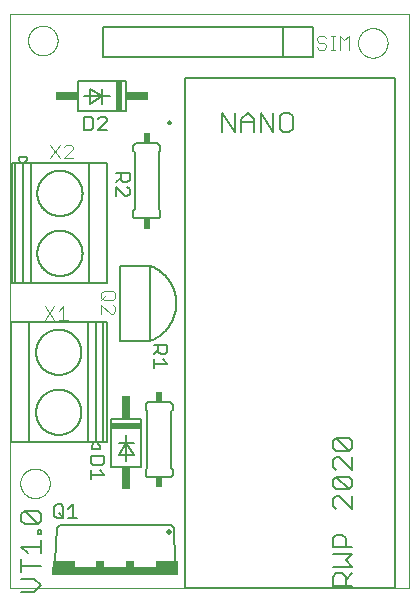
<source format=gto>
G75*
%MOIN*%
%OFA0B0*%
%FSLAX25Y25*%
%IPPOS*%
%LPD*%
%AMOC8*
5,1,8,0,0,1.08239X$1,22.5*
%
%ADD10C,0.00000*%
%ADD11C,0.00600*%
%ADD12R,0.02400X0.03400*%
%ADD13C,0.00500*%
%ADD14C,0.00787*%
%ADD15C,0.00800*%
%ADD16C,0.00400*%
%ADD17C,0.02000*%
%ADD18R,0.42000X0.03000*%
%ADD19R,0.07500X0.02000*%
%ADD20R,0.03000X0.02000*%
%ADD21R,0.10000X0.02000*%
%ADD22R,0.03000X0.07500*%
%ADD23R,0.02000X0.10000*%
%ADD24R,0.07500X0.03000*%
D10*
X0037456Y0031440D02*
X0037456Y0222771D01*
X0170178Y0222771D01*
X0170178Y0031440D01*
X0037456Y0031440D01*
X0040735Y0066440D02*
X0040737Y0066580D01*
X0040743Y0066720D01*
X0040753Y0066859D01*
X0040767Y0066998D01*
X0040785Y0067137D01*
X0040806Y0067275D01*
X0040832Y0067413D01*
X0040862Y0067550D01*
X0040895Y0067685D01*
X0040933Y0067820D01*
X0040974Y0067954D01*
X0041019Y0068087D01*
X0041067Y0068218D01*
X0041120Y0068347D01*
X0041176Y0068476D01*
X0041235Y0068602D01*
X0041299Y0068727D01*
X0041365Y0068850D01*
X0041436Y0068971D01*
X0041509Y0069090D01*
X0041586Y0069207D01*
X0041667Y0069321D01*
X0041750Y0069433D01*
X0041837Y0069543D01*
X0041927Y0069651D01*
X0042019Y0069755D01*
X0042115Y0069857D01*
X0042214Y0069957D01*
X0042315Y0070053D01*
X0042419Y0070147D01*
X0042526Y0070237D01*
X0042635Y0070324D01*
X0042747Y0070409D01*
X0042861Y0070490D01*
X0042977Y0070568D01*
X0043095Y0070642D01*
X0043216Y0070713D01*
X0043338Y0070781D01*
X0043463Y0070845D01*
X0043589Y0070906D01*
X0043716Y0070963D01*
X0043846Y0071016D01*
X0043977Y0071066D01*
X0044109Y0071111D01*
X0044242Y0071154D01*
X0044377Y0071192D01*
X0044512Y0071226D01*
X0044649Y0071257D01*
X0044786Y0071284D01*
X0044924Y0071306D01*
X0045063Y0071325D01*
X0045202Y0071340D01*
X0045341Y0071351D01*
X0045481Y0071358D01*
X0045621Y0071361D01*
X0045761Y0071360D01*
X0045901Y0071355D01*
X0046040Y0071346D01*
X0046180Y0071333D01*
X0046319Y0071316D01*
X0046457Y0071295D01*
X0046595Y0071271D01*
X0046732Y0071242D01*
X0046868Y0071210D01*
X0047003Y0071173D01*
X0047137Y0071133D01*
X0047270Y0071089D01*
X0047401Y0071041D01*
X0047531Y0070990D01*
X0047660Y0070935D01*
X0047787Y0070876D01*
X0047912Y0070813D01*
X0048035Y0070748D01*
X0048157Y0070678D01*
X0048276Y0070605D01*
X0048394Y0070529D01*
X0048509Y0070450D01*
X0048622Y0070367D01*
X0048732Y0070281D01*
X0048840Y0070192D01*
X0048945Y0070100D01*
X0049048Y0070005D01*
X0049148Y0069907D01*
X0049245Y0069807D01*
X0049339Y0069703D01*
X0049431Y0069597D01*
X0049519Y0069489D01*
X0049604Y0069378D01*
X0049686Y0069264D01*
X0049765Y0069148D01*
X0049840Y0069031D01*
X0049912Y0068911D01*
X0049980Y0068789D01*
X0050045Y0068665D01*
X0050107Y0068539D01*
X0050165Y0068412D01*
X0050219Y0068283D01*
X0050270Y0068152D01*
X0050316Y0068020D01*
X0050359Y0067887D01*
X0050399Y0067753D01*
X0050434Y0067618D01*
X0050466Y0067481D01*
X0050493Y0067344D01*
X0050517Y0067206D01*
X0050537Y0067068D01*
X0050553Y0066929D01*
X0050565Y0066789D01*
X0050573Y0066650D01*
X0050577Y0066510D01*
X0050577Y0066370D01*
X0050573Y0066230D01*
X0050565Y0066091D01*
X0050553Y0065951D01*
X0050537Y0065812D01*
X0050517Y0065674D01*
X0050493Y0065536D01*
X0050466Y0065399D01*
X0050434Y0065262D01*
X0050399Y0065127D01*
X0050359Y0064993D01*
X0050316Y0064860D01*
X0050270Y0064728D01*
X0050219Y0064597D01*
X0050165Y0064468D01*
X0050107Y0064341D01*
X0050045Y0064215D01*
X0049980Y0064091D01*
X0049912Y0063969D01*
X0049840Y0063849D01*
X0049765Y0063732D01*
X0049686Y0063616D01*
X0049604Y0063502D01*
X0049519Y0063391D01*
X0049431Y0063283D01*
X0049339Y0063177D01*
X0049245Y0063073D01*
X0049148Y0062973D01*
X0049048Y0062875D01*
X0048945Y0062780D01*
X0048840Y0062688D01*
X0048732Y0062599D01*
X0048622Y0062513D01*
X0048509Y0062430D01*
X0048394Y0062351D01*
X0048276Y0062275D01*
X0048157Y0062202D01*
X0048035Y0062132D01*
X0047912Y0062067D01*
X0047787Y0062004D01*
X0047660Y0061945D01*
X0047531Y0061890D01*
X0047401Y0061839D01*
X0047270Y0061791D01*
X0047137Y0061747D01*
X0047003Y0061707D01*
X0046868Y0061670D01*
X0046732Y0061638D01*
X0046595Y0061609D01*
X0046457Y0061585D01*
X0046319Y0061564D01*
X0046180Y0061547D01*
X0046040Y0061534D01*
X0045901Y0061525D01*
X0045761Y0061520D01*
X0045621Y0061519D01*
X0045481Y0061522D01*
X0045341Y0061529D01*
X0045202Y0061540D01*
X0045063Y0061555D01*
X0044924Y0061574D01*
X0044786Y0061596D01*
X0044649Y0061623D01*
X0044512Y0061654D01*
X0044377Y0061688D01*
X0044242Y0061726D01*
X0044109Y0061769D01*
X0043977Y0061814D01*
X0043846Y0061864D01*
X0043716Y0061917D01*
X0043589Y0061974D01*
X0043463Y0062035D01*
X0043338Y0062099D01*
X0043216Y0062167D01*
X0043095Y0062238D01*
X0042977Y0062312D01*
X0042861Y0062390D01*
X0042747Y0062471D01*
X0042635Y0062556D01*
X0042526Y0062643D01*
X0042419Y0062733D01*
X0042315Y0062827D01*
X0042214Y0062923D01*
X0042115Y0063023D01*
X0042019Y0063125D01*
X0041927Y0063229D01*
X0041837Y0063337D01*
X0041750Y0063447D01*
X0041667Y0063559D01*
X0041586Y0063673D01*
X0041509Y0063790D01*
X0041436Y0063909D01*
X0041365Y0064030D01*
X0041299Y0064153D01*
X0041235Y0064278D01*
X0041176Y0064404D01*
X0041120Y0064533D01*
X0041067Y0064662D01*
X0041019Y0064793D01*
X0040974Y0064926D01*
X0040933Y0065060D01*
X0040895Y0065195D01*
X0040862Y0065330D01*
X0040832Y0065467D01*
X0040806Y0065605D01*
X0040785Y0065743D01*
X0040767Y0065882D01*
X0040753Y0066021D01*
X0040743Y0066160D01*
X0040737Y0066300D01*
X0040735Y0066440D01*
X0043335Y0214040D02*
X0043337Y0214180D01*
X0043343Y0214320D01*
X0043353Y0214459D01*
X0043367Y0214598D01*
X0043385Y0214737D01*
X0043406Y0214875D01*
X0043432Y0215013D01*
X0043462Y0215150D01*
X0043495Y0215285D01*
X0043533Y0215420D01*
X0043574Y0215554D01*
X0043619Y0215687D01*
X0043667Y0215818D01*
X0043720Y0215947D01*
X0043776Y0216076D01*
X0043835Y0216202D01*
X0043899Y0216327D01*
X0043965Y0216450D01*
X0044036Y0216571D01*
X0044109Y0216690D01*
X0044186Y0216807D01*
X0044267Y0216921D01*
X0044350Y0217033D01*
X0044437Y0217143D01*
X0044527Y0217251D01*
X0044619Y0217355D01*
X0044715Y0217457D01*
X0044814Y0217557D01*
X0044915Y0217653D01*
X0045019Y0217747D01*
X0045126Y0217837D01*
X0045235Y0217924D01*
X0045347Y0218009D01*
X0045461Y0218090D01*
X0045577Y0218168D01*
X0045695Y0218242D01*
X0045816Y0218313D01*
X0045938Y0218381D01*
X0046063Y0218445D01*
X0046189Y0218506D01*
X0046316Y0218563D01*
X0046446Y0218616D01*
X0046577Y0218666D01*
X0046709Y0218711D01*
X0046842Y0218754D01*
X0046977Y0218792D01*
X0047112Y0218826D01*
X0047249Y0218857D01*
X0047386Y0218884D01*
X0047524Y0218906D01*
X0047663Y0218925D01*
X0047802Y0218940D01*
X0047941Y0218951D01*
X0048081Y0218958D01*
X0048221Y0218961D01*
X0048361Y0218960D01*
X0048501Y0218955D01*
X0048640Y0218946D01*
X0048780Y0218933D01*
X0048919Y0218916D01*
X0049057Y0218895D01*
X0049195Y0218871D01*
X0049332Y0218842D01*
X0049468Y0218810D01*
X0049603Y0218773D01*
X0049737Y0218733D01*
X0049870Y0218689D01*
X0050001Y0218641D01*
X0050131Y0218590D01*
X0050260Y0218535D01*
X0050387Y0218476D01*
X0050512Y0218413D01*
X0050635Y0218348D01*
X0050757Y0218278D01*
X0050876Y0218205D01*
X0050994Y0218129D01*
X0051109Y0218050D01*
X0051222Y0217967D01*
X0051332Y0217881D01*
X0051440Y0217792D01*
X0051545Y0217700D01*
X0051648Y0217605D01*
X0051748Y0217507D01*
X0051845Y0217407D01*
X0051939Y0217303D01*
X0052031Y0217197D01*
X0052119Y0217089D01*
X0052204Y0216978D01*
X0052286Y0216864D01*
X0052365Y0216748D01*
X0052440Y0216631D01*
X0052512Y0216511D01*
X0052580Y0216389D01*
X0052645Y0216265D01*
X0052707Y0216139D01*
X0052765Y0216012D01*
X0052819Y0215883D01*
X0052870Y0215752D01*
X0052916Y0215620D01*
X0052959Y0215487D01*
X0052999Y0215353D01*
X0053034Y0215218D01*
X0053066Y0215081D01*
X0053093Y0214944D01*
X0053117Y0214806D01*
X0053137Y0214668D01*
X0053153Y0214529D01*
X0053165Y0214389D01*
X0053173Y0214250D01*
X0053177Y0214110D01*
X0053177Y0213970D01*
X0053173Y0213830D01*
X0053165Y0213691D01*
X0053153Y0213551D01*
X0053137Y0213412D01*
X0053117Y0213274D01*
X0053093Y0213136D01*
X0053066Y0212999D01*
X0053034Y0212862D01*
X0052999Y0212727D01*
X0052959Y0212593D01*
X0052916Y0212460D01*
X0052870Y0212328D01*
X0052819Y0212197D01*
X0052765Y0212068D01*
X0052707Y0211941D01*
X0052645Y0211815D01*
X0052580Y0211691D01*
X0052512Y0211569D01*
X0052440Y0211449D01*
X0052365Y0211332D01*
X0052286Y0211216D01*
X0052204Y0211102D01*
X0052119Y0210991D01*
X0052031Y0210883D01*
X0051939Y0210777D01*
X0051845Y0210673D01*
X0051748Y0210573D01*
X0051648Y0210475D01*
X0051545Y0210380D01*
X0051440Y0210288D01*
X0051332Y0210199D01*
X0051222Y0210113D01*
X0051109Y0210030D01*
X0050994Y0209951D01*
X0050876Y0209875D01*
X0050757Y0209802D01*
X0050635Y0209732D01*
X0050512Y0209667D01*
X0050387Y0209604D01*
X0050260Y0209545D01*
X0050131Y0209490D01*
X0050001Y0209439D01*
X0049870Y0209391D01*
X0049737Y0209347D01*
X0049603Y0209307D01*
X0049468Y0209270D01*
X0049332Y0209238D01*
X0049195Y0209209D01*
X0049057Y0209185D01*
X0048919Y0209164D01*
X0048780Y0209147D01*
X0048640Y0209134D01*
X0048501Y0209125D01*
X0048361Y0209120D01*
X0048221Y0209119D01*
X0048081Y0209122D01*
X0047941Y0209129D01*
X0047802Y0209140D01*
X0047663Y0209155D01*
X0047524Y0209174D01*
X0047386Y0209196D01*
X0047249Y0209223D01*
X0047112Y0209254D01*
X0046977Y0209288D01*
X0046842Y0209326D01*
X0046709Y0209369D01*
X0046577Y0209414D01*
X0046446Y0209464D01*
X0046316Y0209517D01*
X0046189Y0209574D01*
X0046063Y0209635D01*
X0045938Y0209699D01*
X0045816Y0209767D01*
X0045695Y0209838D01*
X0045577Y0209912D01*
X0045461Y0209990D01*
X0045347Y0210071D01*
X0045235Y0210156D01*
X0045126Y0210243D01*
X0045019Y0210333D01*
X0044915Y0210427D01*
X0044814Y0210523D01*
X0044715Y0210623D01*
X0044619Y0210725D01*
X0044527Y0210829D01*
X0044437Y0210937D01*
X0044350Y0211047D01*
X0044267Y0211159D01*
X0044186Y0211273D01*
X0044109Y0211390D01*
X0044036Y0211509D01*
X0043965Y0211630D01*
X0043899Y0211753D01*
X0043835Y0211878D01*
X0043776Y0212004D01*
X0043720Y0212133D01*
X0043667Y0212262D01*
X0043619Y0212393D01*
X0043574Y0212526D01*
X0043533Y0212660D01*
X0043495Y0212795D01*
X0043462Y0212930D01*
X0043432Y0213067D01*
X0043406Y0213205D01*
X0043385Y0213343D01*
X0043367Y0213482D01*
X0043353Y0213621D01*
X0043343Y0213760D01*
X0043337Y0213900D01*
X0043335Y0214040D01*
X0153335Y0213240D02*
X0153337Y0213380D01*
X0153343Y0213520D01*
X0153353Y0213659D01*
X0153367Y0213798D01*
X0153385Y0213937D01*
X0153406Y0214075D01*
X0153432Y0214213D01*
X0153462Y0214350D01*
X0153495Y0214485D01*
X0153533Y0214620D01*
X0153574Y0214754D01*
X0153619Y0214887D01*
X0153667Y0215018D01*
X0153720Y0215147D01*
X0153776Y0215276D01*
X0153835Y0215402D01*
X0153899Y0215527D01*
X0153965Y0215650D01*
X0154036Y0215771D01*
X0154109Y0215890D01*
X0154186Y0216007D01*
X0154267Y0216121D01*
X0154350Y0216233D01*
X0154437Y0216343D01*
X0154527Y0216451D01*
X0154619Y0216555D01*
X0154715Y0216657D01*
X0154814Y0216757D01*
X0154915Y0216853D01*
X0155019Y0216947D01*
X0155126Y0217037D01*
X0155235Y0217124D01*
X0155347Y0217209D01*
X0155461Y0217290D01*
X0155577Y0217368D01*
X0155695Y0217442D01*
X0155816Y0217513D01*
X0155938Y0217581D01*
X0156063Y0217645D01*
X0156189Y0217706D01*
X0156316Y0217763D01*
X0156446Y0217816D01*
X0156577Y0217866D01*
X0156709Y0217911D01*
X0156842Y0217954D01*
X0156977Y0217992D01*
X0157112Y0218026D01*
X0157249Y0218057D01*
X0157386Y0218084D01*
X0157524Y0218106D01*
X0157663Y0218125D01*
X0157802Y0218140D01*
X0157941Y0218151D01*
X0158081Y0218158D01*
X0158221Y0218161D01*
X0158361Y0218160D01*
X0158501Y0218155D01*
X0158640Y0218146D01*
X0158780Y0218133D01*
X0158919Y0218116D01*
X0159057Y0218095D01*
X0159195Y0218071D01*
X0159332Y0218042D01*
X0159468Y0218010D01*
X0159603Y0217973D01*
X0159737Y0217933D01*
X0159870Y0217889D01*
X0160001Y0217841D01*
X0160131Y0217790D01*
X0160260Y0217735D01*
X0160387Y0217676D01*
X0160512Y0217613D01*
X0160635Y0217548D01*
X0160757Y0217478D01*
X0160876Y0217405D01*
X0160994Y0217329D01*
X0161109Y0217250D01*
X0161222Y0217167D01*
X0161332Y0217081D01*
X0161440Y0216992D01*
X0161545Y0216900D01*
X0161648Y0216805D01*
X0161748Y0216707D01*
X0161845Y0216607D01*
X0161939Y0216503D01*
X0162031Y0216397D01*
X0162119Y0216289D01*
X0162204Y0216178D01*
X0162286Y0216064D01*
X0162365Y0215948D01*
X0162440Y0215831D01*
X0162512Y0215711D01*
X0162580Y0215589D01*
X0162645Y0215465D01*
X0162707Y0215339D01*
X0162765Y0215212D01*
X0162819Y0215083D01*
X0162870Y0214952D01*
X0162916Y0214820D01*
X0162959Y0214687D01*
X0162999Y0214553D01*
X0163034Y0214418D01*
X0163066Y0214281D01*
X0163093Y0214144D01*
X0163117Y0214006D01*
X0163137Y0213868D01*
X0163153Y0213729D01*
X0163165Y0213589D01*
X0163173Y0213450D01*
X0163177Y0213310D01*
X0163177Y0213170D01*
X0163173Y0213030D01*
X0163165Y0212891D01*
X0163153Y0212751D01*
X0163137Y0212612D01*
X0163117Y0212474D01*
X0163093Y0212336D01*
X0163066Y0212199D01*
X0163034Y0212062D01*
X0162999Y0211927D01*
X0162959Y0211793D01*
X0162916Y0211660D01*
X0162870Y0211528D01*
X0162819Y0211397D01*
X0162765Y0211268D01*
X0162707Y0211141D01*
X0162645Y0211015D01*
X0162580Y0210891D01*
X0162512Y0210769D01*
X0162440Y0210649D01*
X0162365Y0210532D01*
X0162286Y0210416D01*
X0162204Y0210302D01*
X0162119Y0210191D01*
X0162031Y0210083D01*
X0161939Y0209977D01*
X0161845Y0209873D01*
X0161748Y0209773D01*
X0161648Y0209675D01*
X0161545Y0209580D01*
X0161440Y0209488D01*
X0161332Y0209399D01*
X0161222Y0209313D01*
X0161109Y0209230D01*
X0160994Y0209151D01*
X0160876Y0209075D01*
X0160757Y0209002D01*
X0160635Y0208932D01*
X0160512Y0208867D01*
X0160387Y0208804D01*
X0160260Y0208745D01*
X0160131Y0208690D01*
X0160001Y0208639D01*
X0159870Y0208591D01*
X0159737Y0208547D01*
X0159603Y0208507D01*
X0159468Y0208470D01*
X0159332Y0208438D01*
X0159195Y0208409D01*
X0159057Y0208385D01*
X0158919Y0208364D01*
X0158780Y0208347D01*
X0158640Y0208334D01*
X0158501Y0208325D01*
X0158361Y0208320D01*
X0158221Y0208319D01*
X0158081Y0208322D01*
X0157941Y0208329D01*
X0157802Y0208340D01*
X0157663Y0208355D01*
X0157524Y0208374D01*
X0157386Y0208396D01*
X0157249Y0208423D01*
X0157112Y0208454D01*
X0156977Y0208488D01*
X0156842Y0208526D01*
X0156709Y0208569D01*
X0156577Y0208614D01*
X0156446Y0208664D01*
X0156316Y0208717D01*
X0156189Y0208774D01*
X0156063Y0208835D01*
X0155938Y0208899D01*
X0155816Y0208967D01*
X0155695Y0209038D01*
X0155577Y0209112D01*
X0155461Y0209190D01*
X0155347Y0209271D01*
X0155235Y0209356D01*
X0155126Y0209443D01*
X0155019Y0209533D01*
X0154915Y0209627D01*
X0154814Y0209723D01*
X0154715Y0209823D01*
X0154619Y0209925D01*
X0154527Y0210029D01*
X0154437Y0210137D01*
X0154350Y0210247D01*
X0154267Y0210359D01*
X0154186Y0210473D01*
X0154109Y0210590D01*
X0154036Y0210709D01*
X0153965Y0210830D01*
X0153899Y0210953D01*
X0153835Y0211078D01*
X0153776Y0211204D01*
X0153720Y0211333D01*
X0153667Y0211462D01*
X0153619Y0211593D01*
X0153574Y0211726D01*
X0153533Y0211860D01*
X0153495Y0211995D01*
X0153462Y0212130D01*
X0153432Y0212267D01*
X0153406Y0212405D01*
X0153385Y0212543D01*
X0153367Y0212682D01*
X0153353Y0212821D01*
X0153343Y0212960D01*
X0153337Y0213100D01*
X0153335Y0213240D01*
D11*
X0130475Y0189966D02*
X0131543Y0188899D01*
X0131543Y0184628D01*
X0130475Y0183561D01*
X0128340Y0183561D01*
X0127272Y0184628D01*
X0127272Y0188899D01*
X0128340Y0189966D01*
X0130475Y0189966D01*
X0125097Y0189966D02*
X0125097Y0183561D01*
X0120827Y0189966D01*
X0120827Y0183561D01*
X0118652Y0183561D02*
X0118652Y0187831D01*
X0116517Y0189966D01*
X0114381Y0187831D01*
X0114381Y0183561D01*
X0112206Y0183561D02*
X0112206Y0189966D01*
X0114381Y0186764D02*
X0118652Y0186764D01*
X0112206Y0183561D02*
X0107936Y0189966D01*
X0107936Y0183561D01*
X0087356Y0178740D02*
X0087356Y0177240D01*
X0086856Y0176740D01*
X0086856Y0157740D01*
X0087356Y0157240D01*
X0087356Y0155740D01*
X0087354Y0155680D01*
X0087349Y0155619D01*
X0087340Y0155560D01*
X0087327Y0155501D01*
X0087311Y0155442D01*
X0087291Y0155385D01*
X0087268Y0155330D01*
X0087241Y0155275D01*
X0087212Y0155223D01*
X0087179Y0155172D01*
X0087143Y0155123D01*
X0087105Y0155077D01*
X0087063Y0155033D01*
X0087019Y0154991D01*
X0086973Y0154953D01*
X0086924Y0154917D01*
X0086873Y0154884D01*
X0086821Y0154855D01*
X0086766Y0154828D01*
X0086711Y0154805D01*
X0086654Y0154785D01*
X0086595Y0154769D01*
X0086536Y0154756D01*
X0086477Y0154747D01*
X0086416Y0154742D01*
X0086356Y0154740D01*
X0079356Y0154740D01*
X0079296Y0154742D01*
X0079235Y0154747D01*
X0079176Y0154756D01*
X0079117Y0154769D01*
X0079058Y0154785D01*
X0079001Y0154805D01*
X0078946Y0154828D01*
X0078891Y0154855D01*
X0078839Y0154884D01*
X0078788Y0154917D01*
X0078739Y0154953D01*
X0078693Y0154991D01*
X0078649Y0155033D01*
X0078607Y0155077D01*
X0078569Y0155123D01*
X0078533Y0155172D01*
X0078500Y0155223D01*
X0078471Y0155275D01*
X0078444Y0155330D01*
X0078421Y0155385D01*
X0078401Y0155442D01*
X0078385Y0155501D01*
X0078372Y0155560D01*
X0078363Y0155619D01*
X0078358Y0155680D01*
X0078356Y0155740D01*
X0078356Y0157240D01*
X0078856Y0157740D01*
X0078856Y0176740D01*
X0078356Y0177240D01*
X0078356Y0178740D01*
X0078358Y0178800D01*
X0078363Y0178861D01*
X0078372Y0178920D01*
X0078385Y0178979D01*
X0078401Y0179038D01*
X0078421Y0179095D01*
X0078444Y0179150D01*
X0078471Y0179205D01*
X0078500Y0179257D01*
X0078533Y0179308D01*
X0078569Y0179357D01*
X0078607Y0179403D01*
X0078649Y0179447D01*
X0078693Y0179489D01*
X0078739Y0179527D01*
X0078788Y0179563D01*
X0078839Y0179596D01*
X0078891Y0179625D01*
X0078946Y0179652D01*
X0079001Y0179675D01*
X0079058Y0179695D01*
X0079117Y0179711D01*
X0079176Y0179724D01*
X0079235Y0179733D01*
X0079296Y0179738D01*
X0079356Y0179740D01*
X0086356Y0179740D01*
X0086416Y0179738D01*
X0086477Y0179733D01*
X0086536Y0179724D01*
X0086595Y0179711D01*
X0086654Y0179695D01*
X0086711Y0179675D01*
X0086766Y0179652D01*
X0086821Y0179625D01*
X0086873Y0179596D01*
X0086924Y0179563D01*
X0086973Y0179527D01*
X0087019Y0179489D01*
X0087063Y0179447D01*
X0087105Y0179403D01*
X0087143Y0179357D01*
X0087179Y0179308D01*
X0087212Y0179257D01*
X0087241Y0179205D01*
X0087268Y0179150D01*
X0087291Y0179095D01*
X0087311Y0179038D01*
X0087327Y0178979D01*
X0087340Y0178920D01*
X0087349Y0178861D01*
X0087354Y0178800D01*
X0087356Y0178740D01*
X0076056Y0190440D02*
X0076056Y0200440D01*
X0060056Y0200440D01*
X0060056Y0190440D01*
X0076056Y0190440D01*
X0070556Y0195440D02*
X0068056Y0195440D01*
X0068056Y0197940D01*
X0068056Y0195440D02*
X0068056Y0192940D01*
X0068056Y0195440D02*
X0064056Y0192940D01*
X0064056Y0197940D01*
X0068056Y0195440D01*
X0062056Y0195440D01*
X0083556Y0093540D02*
X0090556Y0093540D01*
X0090616Y0093538D01*
X0090677Y0093533D01*
X0090736Y0093524D01*
X0090795Y0093511D01*
X0090854Y0093495D01*
X0090911Y0093475D01*
X0090966Y0093452D01*
X0091021Y0093425D01*
X0091073Y0093396D01*
X0091124Y0093363D01*
X0091173Y0093327D01*
X0091219Y0093289D01*
X0091263Y0093247D01*
X0091305Y0093203D01*
X0091343Y0093157D01*
X0091379Y0093108D01*
X0091412Y0093057D01*
X0091441Y0093005D01*
X0091468Y0092950D01*
X0091491Y0092895D01*
X0091511Y0092838D01*
X0091527Y0092779D01*
X0091540Y0092720D01*
X0091549Y0092661D01*
X0091554Y0092600D01*
X0091556Y0092540D01*
X0091556Y0091040D01*
X0091056Y0090540D01*
X0091056Y0071540D01*
X0091556Y0071040D01*
X0091556Y0069540D01*
X0091554Y0069480D01*
X0091549Y0069419D01*
X0091540Y0069360D01*
X0091527Y0069301D01*
X0091511Y0069242D01*
X0091491Y0069185D01*
X0091468Y0069130D01*
X0091441Y0069075D01*
X0091412Y0069023D01*
X0091379Y0068972D01*
X0091343Y0068923D01*
X0091305Y0068877D01*
X0091263Y0068833D01*
X0091219Y0068791D01*
X0091173Y0068753D01*
X0091124Y0068717D01*
X0091073Y0068684D01*
X0091021Y0068655D01*
X0090966Y0068628D01*
X0090911Y0068605D01*
X0090854Y0068585D01*
X0090795Y0068569D01*
X0090736Y0068556D01*
X0090677Y0068547D01*
X0090616Y0068542D01*
X0090556Y0068540D01*
X0083556Y0068540D01*
X0083496Y0068542D01*
X0083435Y0068547D01*
X0083376Y0068556D01*
X0083317Y0068569D01*
X0083258Y0068585D01*
X0083201Y0068605D01*
X0083146Y0068628D01*
X0083091Y0068655D01*
X0083039Y0068684D01*
X0082988Y0068717D01*
X0082939Y0068753D01*
X0082893Y0068791D01*
X0082849Y0068833D01*
X0082807Y0068877D01*
X0082769Y0068923D01*
X0082733Y0068972D01*
X0082700Y0069023D01*
X0082671Y0069075D01*
X0082644Y0069130D01*
X0082621Y0069185D01*
X0082601Y0069242D01*
X0082585Y0069301D01*
X0082572Y0069360D01*
X0082563Y0069419D01*
X0082558Y0069480D01*
X0082556Y0069540D01*
X0082556Y0071040D01*
X0083056Y0071540D01*
X0083056Y0090540D01*
X0082556Y0091040D01*
X0082556Y0092540D01*
X0082558Y0092600D01*
X0082563Y0092661D01*
X0082572Y0092720D01*
X0082585Y0092779D01*
X0082601Y0092838D01*
X0082621Y0092895D01*
X0082644Y0092950D01*
X0082671Y0093005D01*
X0082700Y0093057D01*
X0082733Y0093108D01*
X0082769Y0093157D01*
X0082807Y0093203D01*
X0082849Y0093247D01*
X0082893Y0093289D01*
X0082939Y0093327D01*
X0082988Y0093363D01*
X0083039Y0093396D01*
X0083091Y0093425D01*
X0083146Y0093452D01*
X0083201Y0093475D01*
X0083258Y0093495D01*
X0083317Y0093511D01*
X0083376Y0093524D01*
X0083435Y0093533D01*
X0083496Y0093538D01*
X0083556Y0093540D01*
X0081056Y0088040D02*
X0071056Y0088040D01*
X0071056Y0072040D01*
X0081056Y0072040D01*
X0081056Y0088040D01*
X0076056Y0082540D02*
X0076056Y0080040D01*
X0073556Y0080040D01*
X0076056Y0080040D02*
X0073556Y0076040D01*
X0078556Y0076040D01*
X0076056Y0080040D01*
X0078556Y0080040D01*
X0076056Y0080040D02*
X0076056Y0074040D01*
X0090956Y0052640D02*
X0091956Y0051640D01*
X0092456Y0040140D01*
X0090956Y0052640D02*
X0053956Y0052640D01*
X0052956Y0051640D01*
X0052456Y0040140D01*
X0047556Y0038916D02*
X0041151Y0038916D01*
X0041151Y0036781D02*
X0041151Y0041051D01*
X0043286Y0043227D02*
X0041151Y0045362D01*
X0047556Y0045362D01*
X0047556Y0043227D02*
X0047556Y0047497D01*
X0047556Y0049672D02*
X0046489Y0049672D01*
X0046489Y0050740D01*
X0047556Y0050740D01*
X0047556Y0049672D01*
X0046489Y0052895D02*
X0042218Y0057165D01*
X0046489Y0057165D01*
X0047556Y0056098D01*
X0047556Y0053962D01*
X0046489Y0052895D01*
X0042218Y0052895D01*
X0041151Y0053962D01*
X0041151Y0056098D01*
X0042218Y0057165D01*
X0041151Y0034606D02*
X0045421Y0034606D01*
X0047556Y0032471D01*
X0045421Y0030336D01*
X0041151Y0030336D01*
X0144951Y0032176D02*
X0144951Y0035379D01*
X0146018Y0036447D01*
X0148154Y0036447D01*
X0149221Y0035379D01*
X0149221Y0032176D01*
X0151356Y0032176D02*
X0144951Y0032176D01*
X0149221Y0034312D02*
X0151356Y0036447D01*
X0151356Y0038622D02*
X0149221Y0040757D01*
X0151356Y0042892D01*
X0144951Y0042892D01*
X0144951Y0045067D02*
X0144951Y0048270D01*
X0146018Y0049338D01*
X0148154Y0049338D01*
X0149221Y0048270D01*
X0149221Y0045067D01*
X0151356Y0045067D02*
X0144951Y0045067D01*
X0144951Y0038622D02*
X0151356Y0038622D01*
X0151356Y0057958D02*
X0147086Y0062229D01*
X0146018Y0062229D01*
X0144951Y0061161D01*
X0144951Y0059026D01*
X0146018Y0057958D01*
X0146018Y0064404D02*
X0144951Y0065471D01*
X0144951Y0067607D01*
X0146018Y0068674D01*
X0150289Y0064404D01*
X0151356Y0065471D01*
X0151356Y0067607D01*
X0150289Y0068674D01*
X0146018Y0068674D01*
X0146018Y0070849D02*
X0144951Y0071917D01*
X0144951Y0074052D01*
X0146018Y0075120D01*
X0147086Y0075120D01*
X0151356Y0070849D01*
X0151356Y0075120D01*
X0150289Y0077295D02*
X0146018Y0081565D01*
X0150289Y0081565D01*
X0151356Y0080498D01*
X0151356Y0078362D01*
X0150289Y0077295D01*
X0146018Y0077295D01*
X0144951Y0078362D01*
X0144951Y0080498D01*
X0146018Y0081565D01*
X0146018Y0064404D02*
X0150289Y0064404D01*
X0151356Y0062229D02*
X0151356Y0057958D01*
D12*
X0087056Y0066840D03*
X0087056Y0095240D03*
X0082856Y0153040D03*
X0082856Y0181440D03*
D13*
X0077210Y0169790D02*
X0072706Y0169790D01*
X0074208Y0169790D02*
X0074208Y0167538D01*
X0074958Y0166788D01*
X0076460Y0166788D01*
X0077210Y0167538D01*
X0077210Y0169790D01*
X0074208Y0168289D02*
X0072706Y0166788D01*
X0072706Y0165186D02*
X0075709Y0162184D01*
X0076460Y0162184D01*
X0077210Y0162935D01*
X0077210Y0164436D01*
X0076460Y0165186D01*
X0072706Y0165186D02*
X0072706Y0162184D01*
X0069705Y0184190D02*
X0066702Y0184190D01*
X0069705Y0187193D01*
X0069705Y0187944D01*
X0068954Y0188694D01*
X0067453Y0188694D01*
X0066702Y0187944D01*
X0065101Y0187944D02*
X0064350Y0188694D01*
X0062099Y0188694D01*
X0062099Y0184190D01*
X0064350Y0184190D01*
X0065101Y0184941D01*
X0065101Y0187944D01*
X0068256Y0208440D02*
X0068256Y0218440D01*
X0128256Y0218440D01*
X0128256Y0208440D01*
X0068256Y0208440D01*
X0095656Y0201640D02*
X0095656Y0031640D01*
X0165656Y0031640D01*
X0165656Y0201640D01*
X0095656Y0201640D01*
X0128256Y0208440D02*
X0138256Y0208440D01*
X0138256Y0218440D01*
X0128256Y0218440D01*
X0084056Y0138940D02*
X0074056Y0138940D01*
X0074056Y0113940D01*
X0084056Y0113940D01*
X0084056Y0138940D01*
X0084361Y0138821D01*
X0084663Y0138696D01*
X0084961Y0138562D01*
X0085256Y0138422D01*
X0085548Y0138274D01*
X0085836Y0138119D01*
X0086120Y0137957D01*
X0086400Y0137789D01*
X0086676Y0137613D01*
X0086947Y0137431D01*
X0087214Y0137242D01*
X0087476Y0137047D01*
X0087733Y0136845D01*
X0087985Y0136637D01*
X0088232Y0136423D01*
X0088474Y0136203D01*
X0088710Y0135977D01*
X0088941Y0135746D01*
X0089166Y0135509D01*
X0089385Y0135266D01*
X0089598Y0135018D01*
X0089805Y0134765D01*
X0090006Y0134507D01*
X0090200Y0134244D01*
X0090388Y0133977D01*
X0090569Y0133705D01*
X0090744Y0133428D01*
X0090911Y0133148D01*
X0091072Y0132863D01*
X0091226Y0132575D01*
X0091373Y0132283D01*
X0091512Y0131987D01*
X0091644Y0131688D01*
X0091769Y0131386D01*
X0091886Y0131081D01*
X0091996Y0130773D01*
X0092099Y0130462D01*
X0092193Y0130150D01*
X0092280Y0129835D01*
X0092359Y0129517D01*
X0092431Y0129198D01*
X0092495Y0128878D01*
X0092550Y0128556D01*
X0092598Y0128232D01*
X0092638Y0127908D01*
X0092670Y0127583D01*
X0092694Y0127257D01*
X0092710Y0126930D01*
X0092718Y0126603D01*
X0092718Y0126277D01*
X0092710Y0125950D01*
X0092694Y0125623D01*
X0092670Y0125297D01*
X0092638Y0124972D01*
X0092598Y0124648D01*
X0092550Y0124324D01*
X0092495Y0124002D01*
X0092431Y0123682D01*
X0092359Y0123363D01*
X0092280Y0123045D01*
X0092193Y0122730D01*
X0092099Y0122418D01*
X0091996Y0122107D01*
X0091886Y0121799D01*
X0091769Y0121494D01*
X0091644Y0121192D01*
X0091512Y0120893D01*
X0091373Y0120597D01*
X0091226Y0120305D01*
X0091072Y0120017D01*
X0090911Y0119732D01*
X0090744Y0119452D01*
X0090569Y0119175D01*
X0090388Y0118903D01*
X0090200Y0118636D01*
X0090006Y0118373D01*
X0089805Y0118115D01*
X0089598Y0117862D01*
X0089385Y0117614D01*
X0089166Y0117371D01*
X0088941Y0117134D01*
X0088710Y0116903D01*
X0088474Y0116677D01*
X0088232Y0116457D01*
X0087985Y0116243D01*
X0087733Y0116035D01*
X0087476Y0115833D01*
X0087214Y0115638D01*
X0086947Y0115449D01*
X0086676Y0115267D01*
X0086400Y0115091D01*
X0086120Y0114923D01*
X0085836Y0114761D01*
X0085548Y0114606D01*
X0085256Y0114458D01*
X0084961Y0114318D01*
X0084663Y0114184D01*
X0084361Y0114059D01*
X0084056Y0113940D01*
X0085306Y0112390D02*
X0089810Y0112390D01*
X0089810Y0110138D01*
X0089060Y0109388D01*
X0087558Y0109388D01*
X0086808Y0110138D01*
X0086808Y0112390D01*
X0086808Y0110889D02*
X0085306Y0109388D01*
X0085306Y0107786D02*
X0085306Y0104784D01*
X0085306Y0106285D02*
X0089810Y0106285D01*
X0088309Y0107786D01*
X0068710Y0075390D02*
X0064206Y0075390D01*
X0064206Y0073138D01*
X0064957Y0072388D01*
X0067960Y0072388D01*
X0068710Y0073138D01*
X0068710Y0075390D01*
X0067209Y0070786D02*
X0068710Y0069285D01*
X0064206Y0069285D01*
X0064206Y0070786D02*
X0064206Y0067784D01*
X0058204Y0059394D02*
X0056702Y0057893D01*
X0055101Y0058644D02*
X0055101Y0055641D01*
X0054350Y0054890D01*
X0052849Y0054890D01*
X0052099Y0055641D01*
X0052099Y0058644D01*
X0052849Y0059394D01*
X0054350Y0059394D01*
X0055101Y0058644D01*
X0053600Y0056392D02*
X0055101Y0054890D01*
X0056702Y0054890D02*
X0059705Y0054890D01*
X0058204Y0054890D02*
X0058204Y0059394D01*
D14*
X0090105Y0186719D02*
X0090107Y0186758D01*
X0090113Y0186797D01*
X0090123Y0186835D01*
X0090136Y0186872D01*
X0090153Y0186907D01*
X0090173Y0186941D01*
X0090197Y0186972D01*
X0090224Y0187001D01*
X0090253Y0187027D01*
X0090285Y0187050D01*
X0090319Y0187070D01*
X0090355Y0187086D01*
X0090392Y0187098D01*
X0090431Y0187107D01*
X0090470Y0187112D01*
X0090509Y0187113D01*
X0090548Y0187110D01*
X0090587Y0187103D01*
X0090624Y0187092D01*
X0090661Y0187078D01*
X0090696Y0187060D01*
X0090729Y0187039D01*
X0090760Y0187014D01*
X0090788Y0186987D01*
X0090813Y0186957D01*
X0090835Y0186924D01*
X0090854Y0186890D01*
X0090869Y0186854D01*
X0090881Y0186816D01*
X0090889Y0186778D01*
X0090893Y0186739D01*
X0090893Y0186699D01*
X0090889Y0186660D01*
X0090881Y0186622D01*
X0090869Y0186584D01*
X0090854Y0186548D01*
X0090835Y0186514D01*
X0090813Y0186481D01*
X0090788Y0186451D01*
X0090760Y0186424D01*
X0090729Y0186399D01*
X0090696Y0186378D01*
X0090661Y0186360D01*
X0090624Y0186346D01*
X0090587Y0186335D01*
X0090548Y0186328D01*
X0090509Y0186325D01*
X0090470Y0186326D01*
X0090431Y0186331D01*
X0090392Y0186340D01*
X0090355Y0186352D01*
X0090319Y0186368D01*
X0090285Y0186388D01*
X0090253Y0186411D01*
X0090224Y0186437D01*
X0090197Y0186466D01*
X0090173Y0186497D01*
X0090153Y0186531D01*
X0090136Y0186566D01*
X0090123Y0186603D01*
X0090113Y0186641D01*
X0090107Y0186680D01*
X0090105Y0186719D01*
D15*
X0069801Y0173123D02*
X0063795Y0173123D01*
X0061893Y0173123D01*
X0046158Y0173123D01*
X0044219Y0173123D01*
X0044219Y0133123D01*
X0041542Y0133123D01*
X0039093Y0133123D01*
X0037912Y0133123D01*
X0037912Y0173123D01*
X0039093Y0173123D01*
X0039093Y0133123D01*
X0041542Y0133123D02*
X0041542Y0173123D01*
X0040758Y0173123D01*
X0039093Y0173123D01*
X0040167Y0174332D02*
X0040758Y0173630D01*
X0040758Y0173123D01*
X0041542Y0173123D02*
X0042388Y0173123D01*
X0044219Y0173123D01*
X0042978Y0174332D02*
X0042388Y0173630D01*
X0042388Y0173123D01*
X0042978Y0174332D02*
X0042978Y0175368D01*
X0040167Y0175368D01*
X0040167Y0174332D01*
X0046416Y0163123D02*
X0046418Y0163308D01*
X0046425Y0163493D01*
X0046436Y0163678D01*
X0046452Y0163862D01*
X0046473Y0164046D01*
X0046498Y0164229D01*
X0046527Y0164412D01*
X0046561Y0164594D01*
X0046599Y0164775D01*
X0046642Y0164955D01*
X0046689Y0165134D01*
X0046741Y0165311D01*
X0046797Y0165488D01*
X0046857Y0165663D01*
X0046921Y0165836D01*
X0046990Y0166008D01*
X0047063Y0166178D01*
X0047140Y0166346D01*
X0047221Y0166513D01*
X0047306Y0166677D01*
X0047395Y0166839D01*
X0047489Y0166999D01*
X0047586Y0167156D01*
X0047687Y0167311D01*
X0047791Y0167464D01*
X0047900Y0167614D01*
X0048012Y0167761D01*
X0048127Y0167906D01*
X0048246Y0168047D01*
X0048369Y0168186D01*
X0048495Y0168321D01*
X0048624Y0168454D01*
X0048757Y0168583D01*
X0048892Y0168709D01*
X0049031Y0168832D01*
X0049172Y0168951D01*
X0049317Y0169066D01*
X0049464Y0169178D01*
X0049614Y0169287D01*
X0049767Y0169391D01*
X0049922Y0169492D01*
X0050079Y0169589D01*
X0050239Y0169683D01*
X0050401Y0169772D01*
X0050565Y0169857D01*
X0050732Y0169938D01*
X0050900Y0170015D01*
X0051070Y0170088D01*
X0051242Y0170157D01*
X0051415Y0170221D01*
X0051590Y0170281D01*
X0051767Y0170337D01*
X0051944Y0170389D01*
X0052123Y0170436D01*
X0052303Y0170479D01*
X0052484Y0170517D01*
X0052666Y0170551D01*
X0052849Y0170580D01*
X0053032Y0170605D01*
X0053216Y0170626D01*
X0053400Y0170642D01*
X0053585Y0170653D01*
X0053770Y0170660D01*
X0053955Y0170662D01*
X0054140Y0170660D01*
X0054325Y0170653D01*
X0054510Y0170642D01*
X0054694Y0170626D01*
X0054878Y0170605D01*
X0055061Y0170580D01*
X0055244Y0170551D01*
X0055426Y0170517D01*
X0055607Y0170479D01*
X0055787Y0170436D01*
X0055966Y0170389D01*
X0056143Y0170337D01*
X0056320Y0170281D01*
X0056495Y0170221D01*
X0056668Y0170157D01*
X0056840Y0170088D01*
X0057010Y0170015D01*
X0057178Y0169938D01*
X0057345Y0169857D01*
X0057509Y0169772D01*
X0057671Y0169683D01*
X0057831Y0169589D01*
X0057988Y0169492D01*
X0058143Y0169391D01*
X0058296Y0169287D01*
X0058446Y0169178D01*
X0058593Y0169066D01*
X0058738Y0168951D01*
X0058879Y0168832D01*
X0059018Y0168709D01*
X0059153Y0168583D01*
X0059286Y0168454D01*
X0059415Y0168321D01*
X0059541Y0168186D01*
X0059664Y0168047D01*
X0059783Y0167906D01*
X0059898Y0167761D01*
X0060010Y0167614D01*
X0060119Y0167464D01*
X0060223Y0167311D01*
X0060324Y0167156D01*
X0060421Y0166999D01*
X0060515Y0166839D01*
X0060604Y0166677D01*
X0060689Y0166513D01*
X0060770Y0166346D01*
X0060847Y0166178D01*
X0060920Y0166008D01*
X0060989Y0165836D01*
X0061053Y0165663D01*
X0061113Y0165488D01*
X0061169Y0165311D01*
X0061221Y0165134D01*
X0061268Y0164955D01*
X0061311Y0164775D01*
X0061349Y0164594D01*
X0061383Y0164412D01*
X0061412Y0164229D01*
X0061437Y0164046D01*
X0061458Y0163862D01*
X0061474Y0163678D01*
X0061485Y0163493D01*
X0061492Y0163308D01*
X0061494Y0163123D01*
X0061492Y0162938D01*
X0061485Y0162753D01*
X0061474Y0162568D01*
X0061458Y0162384D01*
X0061437Y0162200D01*
X0061412Y0162017D01*
X0061383Y0161834D01*
X0061349Y0161652D01*
X0061311Y0161471D01*
X0061268Y0161291D01*
X0061221Y0161112D01*
X0061169Y0160935D01*
X0061113Y0160758D01*
X0061053Y0160583D01*
X0060989Y0160410D01*
X0060920Y0160238D01*
X0060847Y0160068D01*
X0060770Y0159900D01*
X0060689Y0159733D01*
X0060604Y0159569D01*
X0060515Y0159407D01*
X0060421Y0159247D01*
X0060324Y0159090D01*
X0060223Y0158935D01*
X0060119Y0158782D01*
X0060010Y0158632D01*
X0059898Y0158485D01*
X0059783Y0158340D01*
X0059664Y0158199D01*
X0059541Y0158060D01*
X0059415Y0157925D01*
X0059286Y0157792D01*
X0059153Y0157663D01*
X0059018Y0157537D01*
X0058879Y0157414D01*
X0058738Y0157295D01*
X0058593Y0157180D01*
X0058446Y0157068D01*
X0058296Y0156959D01*
X0058143Y0156855D01*
X0057988Y0156754D01*
X0057831Y0156657D01*
X0057671Y0156563D01*
X0057509Y0156474D01*
X0057345Y0156389D01*
X0057178Y0156308D01*
X0057010Y0156231D01*
X0056840Y0156158D01*
X0056668Y0156089D01*
X0056495Y0156025D01*
X0056320Y0155965D01*
X0056143Y0155909D01*
X0055966Y0155857D01*
X0055787Y0155810D01*
X0055607Y0155767D01*
X0055426Y0155729D01*
X0055244Y0155695D01*
X0055061Y0155666D01*
X0054878Y0155641D01*
X0054694Y0155620D01*
X0054510Y0155604D01*
X0054325Y0155593D01*
X0054140Y0155586D01*
X0053955Y0155584D01*
X0053770Y0155586D01*
X0053585Y0155593D01*
X0053400Y0155604D01*
X0053216Y0155620D01*
X0053032Y0155641D01*
X0052849Y0155666D01*
X0052666Y0155695D01*
X0052484Y0155729D01*
X0052303Y0155767D01*
X0052123Y0155810D01*
X0051944Y0155857D01*
X0051767Y0155909D01*
X0051590Y0155965D01*
X0051415Y0156025D01*
X0051242Y0156089D01*
X0051070Y0156158D01*
X0050900Y0156231D01*
X0050732Y0156308D01*
X0050565Y0156389D01*
X0050401Y0156474D01*
X0050239Y0156563D01*
X0050079Y0156657D01*
X0049922Y0156754D01*
X0049767Y0156855D01*
X0049614Y0156959D01*
X0049464Y0157068D01*
X0049317Y0157180D01*
X0049172Y0157295D01*
X0049031Y0157414D01*
X0048892Y0157537D01*
X0048757Y0157663D01*
X0048624Y0157792D01*
X0048495Y0157925D01*
X0048369Y0158060D01*
X0048246Y0158199D01*
X0048127Y0158340D01*
X0048012Y0158485D01*
X0047900Y0158632D01*
X0047791Y0158782D01*
X0047687Y0158935D01*
X0047586Y0159090D01*
X0047489Y0159247D01*
X0047395Y0159407D01*
X0047306Y0159569D01*
X0047221Y0159733D01*
X0047140Y0159900D01*
X0047063Y0160068D01*
X0046990Y0160238D01*
X0046921Y0160410D01*
X0046857Y0160583D01*
X0046797Y0160758D01*
X0046741Y0160935D01*
X0046689Y0161112D01*
X0046642Y0161291D01*
X0046599Y0161471D01*
X0046561Y0161652D01*
X0046527Y0161834D01*
X0046498Y0162017D01*
X0046473Y0162200D01*
X0046452Y0162384D01*
X0046436Y0162568D01*
X0046425Y0162753D01*
X0046418Y0162938D01*
X0046416Y0163123D01*
X0046416Y0143123D02*
X0046418Y0143308D01*
X0046425Y0143493D01*
X0046436Y0143678D01*
X0046452Y0143862D01*
X0046473Y0144046D01*
X0046498Y0144229D01*
X0046527Y0144412D01*
X0046561Y0144594D01*
X0046599Y0144775D01*
X0046642Y0144955D01*
X0046689Y0145134D01*
X0046741Y0145311D01*
X0046797Y0145488D01*
X0046857Y0145663D01*
X0046921Y0145836D01*
X0046990Y0146008D01*
X0047063Y0146178D01*
X0047140Y0146346D01*
X0047221Y0146513D01*
X0047306Y0146677D01*
X0047395Y0146839D01*
X0047489Y0146999D01*
X0047586Y0147156D01*
X0047687Y0147311D01*
X0047791Y0147464D01*
X0047900Y0147614D01*
X0048012Y0147761D01*
X0048127Y0147906D01*
X0048246Y0148047D01*
X0048369Y0148186D01*
X0048495Y0148321D01*
X0048624Y0148454D01*
X0048757Y0148583D01*
X0048892Y0148709D01*
X0049031Y0148832D01*
X0049172Y0148951D01*
X0049317Y0149066D01*
X0049464Y0149178D01*
X0049614Y0149287D01*
X0049767Y0149391D01*
X0049922Y0149492D01*
X0050079Y0149589D01*
X0050239Y0149683D01*
X0050401Y0149772D01*
X0050565Y0149857D01*
X0050732Y0149938D01*
X0050900Y0150015D01*
X0051070Y0150088D01*
X0051242Y0150157D01*
X0051415Y0150221D01*
X0051590Y0150281D01*
X0051767Y0150337D01*
X0051944Y0150389D01*
X0052123Y0150436D01*
X0052303Y0150479D01*
X0052484Y0150517D01*
X0052666Y0150551D01*
X0052849Y0150580D01*
X0053032Y0150605D01*
X0053216Y0150626D01*
X0053400Y0150642D01*
X0053585Y0150653D01*
X0053770Y0150660D01*
X0053955Y0150662D01*
X0054140Y0150660D01*
X0054325Y0150653D01*
X0054510Y0150642D01*
X0054694Y0150626D01*
X0054878Y0150605D01*
X0055061Y0150580D01*
X0055244Y0150551D01*
X0055426Y0150517D01*
X0055607Y0150479D01*
X0055787Y0150436D01*
X0055966Y0150389D01*
X0056143Y0150337D01*
X0056320Y0150281D01*
X0056495Y0150221D01*
X0056668Y0150157D01*
X0056840Y0150088D01*
X0057010Y0150015D01*
X0057178Y0149938D01*
X0057345Y0149857D01*
X0057509Y0149772D01*
X0057671Y0149683D01*
X0057831Y0149589D01*
X0057988Y0149492D01*
X0058143Y0149391D01*
X0058296Y0149287D01*
X0058446Y0149178D01*
X0058593Y0149066D01*
X0058738Y0148951D01*
X0058879Y0148832D01*
X0059018Y0148709D01*
X0059153Y0148583D01*
X0059286Y0148454D01*
X0059415Y0148321D01*
X0059541Y0148186D01*
X0059664Y0148047D01*
X0059783Y0147906D01*
X0059898Y0147761D01*
X0060010Y0147614D01*
X0060119Y0147464D01*
X0060223Y0147311D01*
X0060324Y0147156D01*
X0060421Y0146999D01*
X0060515Y0146839D01*
X0060604Y0146677D01*
X0060689Y0146513D01*
X0060770Y0146346D01*
X0060847Y0146178D01*
X0060920Y0146008D01*
X0060989Y0145836D01*
X0061053Y0145663D01*
X0061113Y0145488D01*
X0061169Y0145311D01*
X0061221Y0145134D01*
X0061268Y0144955D01*
X0061311Y0144775D01*
X0061349Y0144594D01*
X0061383Y0144412D01*
X0061412Y0144229D01*
X0061437Y0144046D01*
X0061458Y0143862D01*
X0061474Y0143678D01*
X0061485Y0143493D01*
X0061492Y0143308D01*
X0061494Y0143123D01*
X0061492Y0142938D01*
X0061485Y0142753D01*
X0061474Y0142568D01*
X0061458Y0142384D01*
X0061437Y0142200D01*
X0061412Y0142017D01*
X0061383Y0141834D01*
X0061349Y0141652D01*
X0061311Y0141471D01*
X0061268Y0141291D01*
X0061221Y0141112D01*
X0061169Y0140935D01*
X0061113Y0140758D01*
X0061053Y0140583D01*
X0060989Y0140410D01*
X0060920Y0140238D01*
X0060847Y0140068D01*
X0060770Y0139900D01*
X0060689Y0139733D01*
X0060604Y0139569D01*
X0060515Y0139407D01*
X0060421Y0139247D01*
X0060324Y0139090D01*
X0060223Y0138935D01*
X0060119Y0138782D01*
X0060010Y0138632D01*
X0059898Y0138485D01*
X0059783Y0138340D01*
X0059664Y0138199D01*
X0059541Y0138060D01*
X0059415Y0137925D01*
X0059286Y0137792D01*
X0059153Y0137663D01*
X0059018Y0137537D01*
X0058879Y0137414D01*
X0058738Y0137295D01*
X0058593Y0137180D01*
X0058446Y0137068D01*
X0058296Y0136959D01*
X0058143Y0136855D01*
X0057988Y0136754D01*
X0057831Y0136657D01*
X0057671Y0136563D01*
X0057509Y0136474D01*
X0057345Y0136389D01*
X0057178Y0136308D01*
X0057010Y0136231D01*
X0056840Y0136158D01*
X0056668Y0136089D01*
X0056495Y0136025D01*
X0056320Y0135965D01*
X0056143Y0135909D01*
X0055966Y0135857D01*
X0055787Y0135810D01*
X0055607Y0135767D01*
X0055426Y0135729D01*
X0055244Y0135695D01*
X0055061Y0135666D01*
X0054878Y0135641D01*
X0054694Y0135620D01*
X0054510Y0135604D01*
X0054325Y0135593D01*
X0054140Y0135586D01*
X0053955Y0135584D01*
X0053770Y0135586D01*
X0053585Y0135593D01*
X0053400Y0135604D01*
X0053216Y0135620D01*
X0053032Y0135641D01*
X0052849Y0135666D01*
X0052666Y0135695D01*
X0052484Y0135729D01*
X0052303Y0135767D01*
X0052123Y0135810D01*
X0051944Y0135857D01*
X0051767Y0135909D01*
X0051590Y0135965D01*
X0051415Y0136025D01*
X0051242Y0136089D01*
X0051070Y0136158D01*
X0050900Y0136231D01*
X0050732Y0136308D01*
X0050565Y0136389D01*
X0050401Y0136474D01*
X0050239Y0136563D01*
X0050079Y0136657D01*
X0049922Y0136754D01*
X0049767Y0136855D01*
X0049614Y0136959D01*
X0049464Y0137068D01*
X0049317Y0137180D01*
X0049172Y0137295D01*
X0049031Y0137414D01*
X0048892Y0137537D01*
X0048757Y0137663D01*
X0048624Y0137792D01*
X0048495Y0137925D01*
X0048369Y0138060D01*
X0048246Y0138199D01*
X0048127Y0138340D01*
X0048012Y0138485D01*
X0047900Y0138632D01*
X0047791Y0138782D01*
X0047687Y0138935D01*
X0047586Y0139090D01*
X0047489Y0139247D01*
X0047395Y0139407D01*
X0047306Y0139569D01*
X0047221Y0139733D01*
X0047140Y0139900D01*
X0047063Y0140068D01*
X0046990Y0140238D01*
X0046921Y0140410D01*
X0046857Y0140583D01*
X0046797Y0140758D01*
X0046741Y0140935D01*
X0046689Y0141112D01*
X0046642Y0141291D01*
X0046599Y0141471D01*
X0046561Y0141652D01*
X0046527Y0141834D01*
X0046498Y0142017D01*
X0046473Y0142200D01*
X0046452Y0142384D01*
X0046436Y0142568D01*
X0046425Y0142753D01*
X0046418Y0142938D01*
X0046416Y0143123D01*
X0046158Y0133123D02*
X0044219Y0133123D01*
X0046158Y0133123D02*
X0061893Y0133123D01*
X0063795Y0133123D01*
X0069801Y0133123D01*
X0069801Y0173123D01*
X0063795Y0173123D02*
X0063795Y0133123D01*
X0063294Y0120157D02*
X0061355Y0120157D01*
X0045620Y0120157D01*
X0043718Y0120157D01*
X0037712Y0120157D01*
X0037712Y0080157D01*
X0043718Y0080157D01*
X0045620Y0080157D01*
X0061355Y0080157D01*
X0063294Y0080157D01*
X0063294Y0120157D01*
X0065971Y0120157D01*
X0068420Y0120157D01*
X0069601Y0120157D01*
X0069601Y0080157D01*
X0068420Y0080157D01*
X0068420Y0120157D01*
X0065971Y0120157D02*
X0065971Y0080157D01*
X0066755Y0080157D01*
X0068420Y0080157D01*
X0067345Y0078949D02*
X0066755Y0079651D01*
X0066755Y0080157D01*
X0065971Y0080157D02*
X0065125Y0080157D01*
X0063294Y0080157D01*
X0064534Y0078949D02*
X0065125Y0079651D01*
X0065125Y0080157D01*
X0064534Y0078949D02*
X0064534Y0077913D01*
X0067345Y0077913D01*
X0067345Y0078949D01*
X0046019Y0090157D02*
X0046021Y0090342D01*
X0046028Y0090527D01*
X0046039Y0090712D01*
X0046055Y0090896D01*
X0046076Y0091080D01*
X0046101Y0091263D01*
X0046130Y0091446D01*
X0046164Y0091628D01*
X0046202Y0091809D01*
X0046245Y0091989D01*
X0046292Y0092168D01*
X0046344Y0092345D01*
X0046400Y0092522D01*
X0046460Y0092697D01*
X0046524Y0092870D01*
X0046593Y0093042D01*
X0046666Y0093212D01*
X0046743Y0093380D01*
X0046824Y0093547D01*
X0046909Y0093711D01*
X0046998Y0093873D01*
X0047092Y0094033D01*
X0047189Y0094190D01*
X0047290Y0094345D01*
X0047394Y0094498D01*
X0047503Y0094648D01*
X0047615Y0094795D01*
X0047730Y0094940D01*
X0047849Y0095081D01*
X0047972Y0095220D01*
X0048098Y0095355D01*
X0048227Y0095488D01*
X0048360Y0095617D01*
X0048495Y0095743D01*
X0048634Y0095866D01*
X0048775Y0095985D01*
X0048920Y0096100D01*
X0049067Y0096212D01*
X0049217Y0096321D01*
X0049370Y0096425D01*
X0049525Y0096526D01*
X0049682Y0096623D01*
X0049842Y0096717D01*
X0050004Y0096806D01*
X0050168Y0096891D01*
X0050335Y0096972D01*
X0050503Y0097049D01*
X0050673Y0097122D01*
X0050845Y0097191D01*
X0051018Y0097255D01*
X0051193Y0097315D01*
X0051370Y0097371D01*
X0051547Y0097423D01*
X0051726Y0097470D01*
X0051906Y0097513D01*
X0052087Y0097551D01*
X0052269Y0097585D01*
X0052452Y0097614D01*
X0052635Y0097639D01*
X0052819Y0097660D01*
X0053003Y0097676D01*
X0053188Y0097687D01*
X0053373Y0097694D01*
X0053558Y0097696D01*
X0053743Y0097694D01*
X0053928Y0097687D01*
X0054113Y0097676D01*
X0054297Y0097660D01*
X0054481Y0097639D01*
X0054664Y0097614D01*
X0054847Y0097585D01*
X0055029Y0097551D01*
X0055210Y0097513D01*
X0055390Y0097470D01*
X0055569Y0097423D01*
X0055746Y0097371D01*
X0055923Y0097315D01*
X0056098Y0097255D01*
X0056271Y0097191D01*
X0056443Y0097122D01*
X0056613Y0097049D01*
X0056781Y0096972D01*
X0056948Y0096891D01*
X0057112Y0096806D01*
X0057274Y0096717D01*
X0057434Y0096623D01*
X0057591Y0096526D01*
X0057746Y0096425D01*
X0057899Y0096321D01*
X0058049Y0096212D01*
X0058196Y0096100D01*
X0058341Y0095985D01*
X0058482Y0095866D01*
X0058621Y0095743D01*
X0058756Y0095617D01*
X0058889Y0095488D01*
X0059018Y0095355D01*
X0059144Y0095220D01*
X0059267Y0095081D01*
X0059386Y0094940D01*
X0059501Y0094795D01*
X0059613Y0094648D01*
X0059722Y0094498D01*
X0059826Y0094345D01*
X0059927Y0094190D01*
X0060024Y0094033D01*
X0060118Y0093873D01*
X0060207Y0093711D01*
X0060292Y0093547D01*
X0060373Y0093380D01*
X0060450Y0093212D01*
X0060523Y0093042D01*
X0060592Y0092870D01*
X0060656Y0092697D01*
X0060716Y0092522D01*
X0060772Y0092345D01*
X0060824Y0092168D01*
X0060871Y0091989D01*
X0060914Y0091809D01*
X0060952Y0091628D01*
X0060986Y0091446D01*
X0061015Y0091263D01*
X0061040Y0091080D01*
X0061061Y0090896D01*
X0061077Y0090712D01*
X0061088Y0090527D01*
X0061095Y0090342D01*
X0061097Y0090157D01*
X0061095Y0089972D01*
X0061088Y0089787D01*
X0061077Y0089602D01*
X0061061Y0089418D01*
X0061040Y0089234D01*
X0061015Y0089051D01*
X0060986Y0088868D01*
X0060952Y0088686D01*
X0060914Y0088505D01*
X0060871Y0088325D01*
X0060824Y0088146D01*
X0060772Y0087969D01*
X0060716Y0087792D01*
X0060656Y0087617D01*
X0060592Y0087444D01*
X0060523Y0087272D01*
X0060450Y0087102D01*
X0060373Y0086934D01*
X0060292Y0086767D01*
X0060207Y0086603D01*
X0060118Y0086441D01*
X0060024Y0086281D01*
X0059927Y0086124D01*
X0059826Y0085969D01*
X0059722Y0085816D01*
X0059613Y0085666D01*
X0059501Y0085519D01*
X0059386Y0085374D01*
X0059267Y0085233D01*
X0059144Y0085094D01*
X0059018Y0084959D01*
X0058889Y0084826D01*
X0058756Y0084697D01*
X0058621Y0084571D01*
X0058482Y0084448D01*
X0058341Y0084329D01*
X0058196Y0084214D01*
X0058049Y0084102D01*
X0057899Y0083993D01*
X0057746Y0083889D01*
X0057591Y0083788D01*
X0057434Y0083691D01*
X0057274Y0083597D01*
X0057112Y0083508D01*
X0056948Y0083423D01*
X0056781Y0083342D01*
X0056613Y0083265D01*
X0056443Y0083192D01*
X0056271Y0083123D01*
X0056098Y0083059D01*
X0055923Y0082999D01*
X0055746Y0082943D01*
X0055569Y0082891D01*
X0055390Y0082844D01*
X0055210Y0082801D01*
X0055029Y0082763D01*
X0054847Y0082729D01*
X0054664Y0082700D01*
X0054481Y0082675D01*
X0054297Y0082654D01*
X0054113Y0082638D01*
X0053928Y0082627D01*
X0053743Y0082620D01*
X0053558Y0082618D01*
X0053373Y0082620D01*
X0053188Y0082627D01*
X0053003Y0082638D01*
X0052819Y0082654D01*
X0052635Y0082675D01*
X0052452Y0082700D01*
X0052269Y0082729D01*
X0052087Y0082763D01*
X0051906Y0082801D01*
X0051726Y0082844D01*
X0051547Y0082891D01*
X0051370Y0082943D01*
X0051193Y0082999D01*
X0051018Y0083059D01*
X0050845Y0083123D01*
X0050673Y0083192D01*
X0050503Y0083265D01*
X0050335Y0083342D01*
X0050168Y0083423D01*
X0050004Y0083508D01*
X0049842Y0083597D01*
X0049682Y0083691D01*
X0049525Y0083788D01*
X0049370Y0083889D01*
X0049217Y0083993D01*
X0049067Y0084102D01*
X0048920Y0084214D01*
X0048775Y0084329D01*
X0048634Y0084448D01*
X0048495Y0084571D01*
X0048360Y0084697D01*
X0048227Y0084826D01*
X0048098Y0084959D01*
X0047972Y0085094D01*
X0047849Y0085233D01*
X0047730Y0085374D01*
X0047615Y0085519D01*
X0047503Y0085666D01*
X0047394Y0085816D01*
X0047290Y0085969D01*
X0047189Y0086124D01*
X0047092Y0086281D01*
X0046998Y0086441D01*
X0046909Y0086603D01*
X0046824Y0086767D01*
X0046743Y0086934D01*
X0046666Y0087102D01*
X0046593Y0087272D01*
X0046524Y0087444D01*
X0046460Y0087617D01*
X0046400Y0087792D01*
X0046344Y0087969D01*
X0046292Y0088146D01*
X0046245Y0088325D01*
X0046202Y0088505D01*
X0046164Y0088686D01*
X0046130Y0088868D01*
X0046101Y0089051D01*
X0046076Y0089234D01*
X0046055Y0089418D01*
X0046039Y0089602D01*
X0046028Y0089787D01*
X0046021Y0089972D01*
X0046019Y0090157D01*
X0043718Y0080157D02*
X0043718Y0120157D01*
X0046019Y0110157D02*
X0046021Y0110342D01*
X0046028Y0110527D01*
X0046039Y0110712D01*
X0046055Y0110896D01*
X0046076Y0111080D01*
X0046101Y0111263D01*
X0046130Y0111446D01*
X0046164Y0111628D01*
X0046202Y0111809D01*
X0046245Y0111989D01*
X0046292Y0112168D01*
X0046344Y0112345D01*
X0046400Y0112522D01*
X0046460Y0112697D01*
X0046524Y0112870D01*
X0046593Y0113042D01*
X0046666Y0113212D01*
X0046743Y0113380D01*
X0046824Y0113547D01*
X0046909Y0113711D01*
X0046998Y0113873D01*
X0047092Y0114033D01*
X0047189Y0114190D01*
X0047290Y0114345D01*
X0047394Y0114498D01*
X0047503Y0114648D01*
X0047615Y0114795D01*
X0047730Y0114940D01*
X0047849Y0115081D01*
X0047972Y0115220D01*
X0048098Y0115355D01*
X0048227Y0115488D01*
X0048360Y0115617D01*
X0048495Y0115743D01*
X0048634Y0115866D01*
X0048775Y0115985D01*
X0048920Y0116100D01*
X0049067Y0116212D01*
X0049217Y0116321D01*
X0049370Y0116425D01*
X0049525Y0116526D01*
X0049682Y0116623D01*
X0049842Y0116717D01*
X0050004Y0116806D01*
X0050168Y0116891D01*
X0050335Y0116972D01*
X0050503Y0117049D01*
X0050673Y0117122D01*
X0050845Y0117191D01*
X0051018Y0117255D01*
X0051193Y0117315D01*
X0051370Y0117371D01*
X0051547Y0117423D01*
X0051726Y0117470D01*
X0051906Y0117513D01*
X0052087Y0117551D01*
X0052269Y0117585D01*
X0052452Y0117614D01*
X0052635Y0117639D01*
X0052819Y0117660D01*
X0053003Y0117676D01*
X0053188Y0117687D01*
X0053373Y0117694D01*
X0053558Y0117696D01*
X0053743Y0117694D01*
X0053928Y0117687D01*
X0054113Y0117676D01*
X0054297Y0117660D01*
X0054481Y0117639D01*
X0054664Y0117614D01*
X0054847Y0117585D01*
X0055029Y0117551D01*
X0055210Y0117513D01*
X0055390Y0117470D01*
X0055569Y0117423D01*
X0055746Y0117371D01*
X0055923Y0117315D01*
X0056098Y0117255D01*
X0056271Y0117191D01*
X0056443Y0117122D01*
X0056613Y0117049D01*
X0056781Y0116972D01*
X0056948Y0116891D01*
X0057112Y0116806D01*
X0057274Y0116717D01*
X0057434Y0116623D01*
X0057591Y0116526D01*
X0057746Y0116425D01*
X0057899Y0116321D01*
X0058049Y0116212D01*
X0058196Y0116100D01*
X0058341Y0115985D01*
X0058482Y0115866D01*
X0058621Y0115743D01*
X0058756Y0115617D01*
X0058889Y0115488D01*
X0059018Y0115355D01*
X0059144Y0115220D01*
X0059267Y0115081D01*
X0059386Y0114940D01*
X0059501Y0114795D01*
X0059613Y0114648D01*
X0059722Y0114498D01*
X0059826Y0114345D01*
X0059927Y0114190D01*
X0060024Y0114033D01*
X0060118Y0113873D01*
X0060207Y0113711D01*
X0060292Y0113547D01*
X0060373Y0113380D01*
X0060450Y0113212D01*
X0060523Y0113042D01*
X0060592Y0112870D01*
X0060656Y0112697D01*
X0060716Y0112522D01*
X0060772Y0112345D01*
X0060824Y0112168D01*
X0060871Y0111989D01*
X0060914Y0111809D01*
X0060952Y0111628D01*
X0060986Y0111446D01*
X0061015Y0111263D01*
X0061040Y0111080D01*
X0061061Y0110896D01*
X0061077Y0110712D01*
X0061088Y0110527D01*
X0061095Y0110342D01*
X0061097Y0110157D01*
X0061095Y0109972D01*
X0061088Y0109787D01*
X0061077Y0109602D01*
X0061061Y0109418D01*
X0061040Y0109234D01*
X0061015Y0109051D01*
X0060986Y0108868D01*
X0060952Y0108686D01*
X0060914Y0108505D01*
X0060871Y0108325D01*
X0060824Y0108146D01*
X0060772Y0107969D01*
X0060716Y0107792D01*
X0060656Y0107617D01*
X0060592Y0107444D01*
X0060523Y0107272D01*
X0060450Y0107102D01*
X0060373Y0106934D01*
X0060292Y0106767D01*
X0060207Y0106603D01*
X0060118Y0106441D01*
X0060024Y0106281D01*
X0059927Y0106124D01*
X0059826Y0105969D01*
X0059722Y0105816D01*
X0059613Y0105666D01*
X0059501Y0105519D01*
X0059386Y0105374D01*
X0059267Y0105233D01*
X0059144Y0105094D01*
X0059018Y0104959D01*
X0058889Y0104826D01*
X0058756Y0104697D01*
X0058621Y0104571D01*
X0058482Y0104448D01*
X0058341Y0104329D01*
X0058196Y0104214D01*
X0058049Y0104102D01*
X0057899Y0103993D01*
X0057746Y0103889D01*
X0057591Y0103788D01*
X0057434Y0103691D01*
X0057274Y0103597D01*
X0057112Y0103508D01*
X0056948Y0103423D01*
X0056781Y0103342D01*
X0056613Y0103265D01*
X0056443Y0103192D01*
X0056271Y0103123D01*
X0056098Y0103059D01*
X0055923Y0102999D01*
X0055746Y0102943D01*
X0055569Y0102891D01*
X0055390Y0102844D01*
X0055210Y0102801D01*
X0055029Y0102763D01*
X0054847Y0102729D01*
X0054664Y0102700D01*
X0054481Y0102675D01*
X0054297Y0102654D01*
X0054113Y0102638D01*
X0053928Y0102627D01*
X0053743Y0102620D01*
X0053558Y0102618D01*
X0053373Y0102620D01*
X0053188Y0102627D01*
X0053003Y0102638D01*
X0052819Y0102654D01*
X0052635Y0102675D01*
X0052452Y0102700D01*
X0052269Y0102729D01*
X0052087Y0102763D01*
X0051906Y0102801D01*
X0051726Y0102844D01*
X0051547Y0102891D01*
X0051370Y0102943D01*
X0051193Y0102999D01*
X0051018Y0103059D01*
X0050845Y0103123D01*
X0050673Y0103192D01*
X0050503Y0103265D01*
X0050335Y0103342D01*
X0050168Y0103423D01*
X0050004Y0103508D01*
X0049842Y0103597D01*
X0049682Y0103691D01*
X0049525Y0103788D01*
X0049370Y0103889D01*
X0049217Y0103993D01*
X0049067Y0104102D01*
X0048920Y0104214D01*
X0048775Y0104329D01*
X0048634Y0104448D01*
X0048495Y0104571D01*
X0048360Y0104697D01*
X0048227Y0104826D01*
X0048098Y0104959D01*
X0047972Y0105094D01*
X0047849Y0105233D01*
X0047730Y0105374D01*
X0047615Y0105519D01*
X0047503Y0105666D01*
X0047394Y0105816D01*
X0047290Y0105969D01*
X0047189Y0106124D01*
X0047092Y0106281D01*
X0046998Y0106441D01*
X0046909Y0106603D01*
X0046824Y0106767D01*
X0046743Y0106934D01*
X0046666Y0107102D01*
X0046593Y0107272D01*
X0046524Y0107444D01*
X0046460Y0107617D01*
X0046400Y0107792D01*
X0046344Y0107969D01*
X0046292Y0108146D01*
X0046245Y0108325D01*
X0046202Y0108505D01*
X0046164Y0108686D01*
X0046130Y0108868D01*
X0046101Y0109051D01*
X0046076Y0109234D01*
X0046055Y0109418D01*
X0046039Y0109602D01*
X0046028Y0109787D01*
X0046021Y0109972D01*
X0046019Y0110157D01*
D16*
X0048949Y0120935D02*
X0052018Y0125539D01*
X0053552Y0124005D02*
X0055087Y0125539D01*
X0055087Y0120935D01*
X0053552Y0120935D02*
X0056622Y0120935D01*
X0052018Y0120935D02*
X0048949Y0125539D01*
X0067756Y0126036D02*
X0067756Y0122967D01*
X0067756Y0126036D02*
X0070826Y0122967D01*
X0071593Y0122967D01*
X0072360Y0123735D01*
X0072360Y0125269D01*
X0071593Y0126036D01*
X0071593Y0127571D02*
X0068524Y0127571D01*
X0067756Y0128338D01*
X0067756Y0129873D01*
X0068524Y0130640D01*
X0071593Y0130640D01*
X0072360Y0129873D01*
X0072360Y0128338D01*
X0071593Y0127571D01*
X0069291Y0129106D02*
X0067756Y0127571D01*
X0058430Y0174746D02*
X0055360Y0174746D01*
X0058430Y0177815D01*
X0058430Y0178582D01*
X0057662Y0179349D01*
X0056128Y0179349D01*
X0055360Y0178582D01*
X0053826Y0179349D02*
X0050756Y0174746D01*
X0053826Y0174746D02*
X0050756Y0179349D01*
X0139579Y0211808D02*
X0140347Y0211040D01*
X0141881Y0211040D01*
X0142649Y0211808D01*
X0142649Y0212575D01*
X0141881Y0213342D01*
X0140347Y0213342D01*
X0139579Y0214110D01*
X0139579Y0214877D01*
X0140347Y0215644D01*
X0141881Y0215644D01*
X0142649Y0214877D01*
X0144183Y0215644D02*
X0145718Y0215644D01*
X0144950Y0215644D02*
X0144950Y0211040D01*
X0144183Y0211040D02*
X0145718Y0211040D01*
X0147252Y0211040D02*
X0147252Y0215644D01*
X0148787Y0214110D01*
X0150322Y0215644D01*
X0150322Y0211040D01*
D17*
X0090156Y0050240D03*
D18*
X0072456Y0037140D03*
D19*
X0089706Y0039640D03*
X0055206Y0039640D03*
D20*
X0067456Y0039640D03*
X0077456Y0039640D03*
D21*
X0076056Y0085540D03*
D22*
X0076056Y0091790D03*
X0076056Y0068290D03*
D23*
X0073556Y0195440D03*
D24*
X0079806Y0195440D03*
X0056306Y0195440D03*
M02*

</source>
